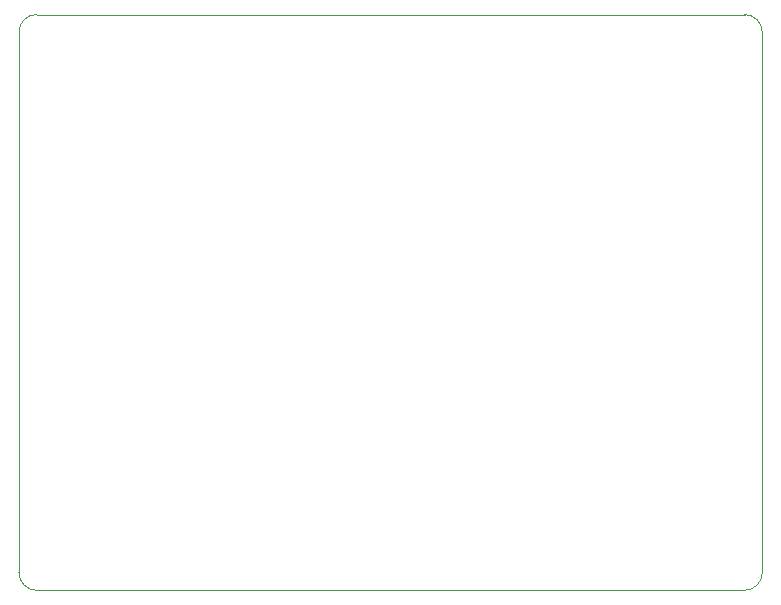
<source format=gbr>
%TF.GenerationSoftware,KiCad,Pcbnew,9.0.0*%
%TF.CreationDate,2025-04-22T12:49:47+02:00*%
%TF.ProjectId,stimawifi,7374696d-6177-4696-9669-2e6b69636164,rev?*%
%TF.SameCoordinates,Original*%
%TF.FileFunction,Profile,NP*%
%FSLAX46Y46*%
G04 Gerber Fmt 4.6, Leading zero omitted, Abs format (unit mm)*
G04 Created by KiCad (PCBNEW 9.0.0) date 2025-04-22 12:49:47*
%MOMM*%
%LPD*%
G01*
G04 APERTURE LIST*
%TA.AperFunction,Profile*%
%ADD10C,0.050000*%
%TD*%
G04 APERTURE END LIST*
D10*
X208500000Y-47000000D02*
X208500000Y-92750000D01*
X208500000Y-92750000D02*
G75*
G02*
X207000000Y-94250000I-1500000J0D01*
G01*
X145560660Y-47000000D02*
G75*
G02*
X147060660Y-45499960I1500040J0D01*
G01*
X145560660Y-92750000D02*
X145560661Y-47000000D01*
X147060660Y-94250000D02*
G75*
G02*
X145560700Y-92750000I40J1500000D01*
G01*
X207000000Y-45500000D02*
G75*
G02*
X208500000Y-47000000I0J-1500000D01*
G01*
X147060660Y-45500000D02*
X207000000Y-45500000D01*
X207000000Y-94250000D02*
X147060660Y-94250000D01*
M02*

</source>
